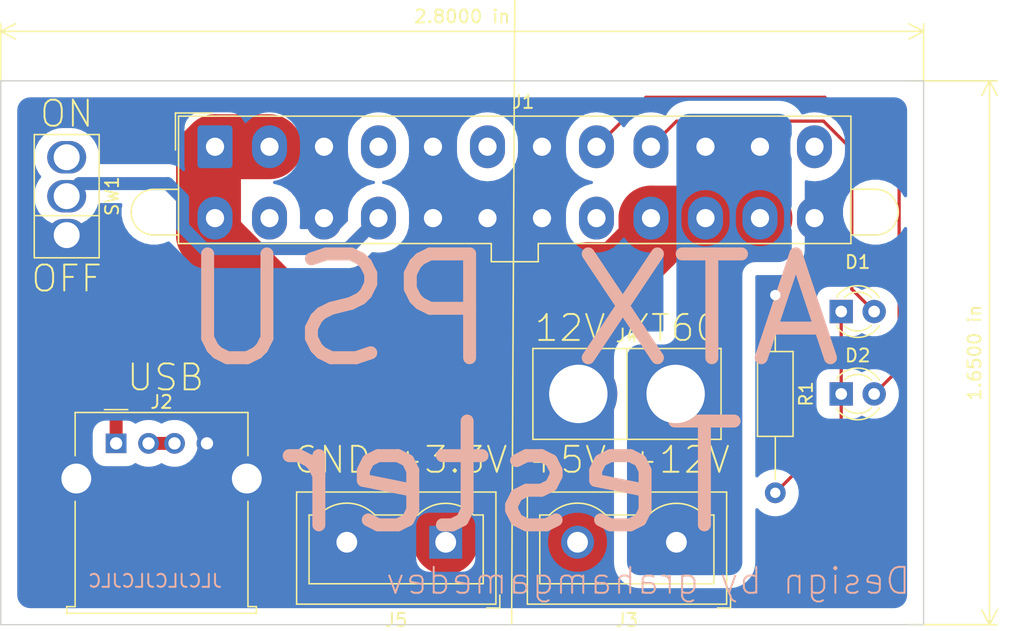
<source format=kicad_pcb>
(kicad_pcb (version 20171130) (host pcbnew "(5.1.10)-1")

  (general
    (thickness 1.6)
    (drawings 15)
    (tracks 45)
    (zones 0)
    (modules 9)
    (nets 13)
  )

  (page A4)
  (layers
    (0 F.Cu signal)
    (31 B.Cu signal)
    (32 B.Adhes user)
    (33 F.Adhes user)
    (34 B.Paste user)
    (35 F.Paste user)
    (36 B.SilkS user)
    (37 F.SilkS user)
    (38 B.Mask user)
    (39 F.Mask user)
    (40 Dwgs.User user)
    (41 Cmts.User user)
    (42 Eco1.User user)
    (43 Eco2.User user)
    (44 Edge.Cuts user)
    (45 Margin user)
    (46 B.CrtYd user)
    (47 F.CrtYd user)
    (48 B.Fab user)
    (49 F.Fab user hide)
  )

  (setup
    (last_trace_width 0.25)
    (trace_clearance 0.2)
    (zone_clearance 0.508)
    (zone_45_only no)
    (trace_min 0.2)
    (via_size 0.8)
    (via_drill 0.4)
    (via_min_size 0.4)
    (via_min_drill 0.3)
    (uvia_size 0.3)
    (uvia_drill 0.1)
    (uvias_allowed no)
    (uvia_min_size 0.2)
    (uvia_min_drill 0.1)
    (edge_width 0.05)
    (segment_width 0.2)
    (pcb_text_width 0.3)
    (pcb_text_size 1.5 1.5)
    (mod_edge_width 0.12)
    (mod_text_size 1 1)
    (mod_text_width 0.15)
    (pad_size 1.524 1.524)
    (pad_drill 0.762)
    (pad_to_mask_clearance 0)
    (aux_axis_origin 0 0)
    (visible_elements 7FFFF7FF)
    (pcbplotparams
      (layerselection 0x010fc_ffffffff)
      (usegerberextensions true)
      (usegerberattributes false)
      (usegerberadvancedattributes true)
      (creategerberjobfile true)
      (excludeedgelayer true)
      (linewidth 0.100000)
      (plotframeref false)
      (viasonmask false)
      (mode 1)
      (useauxorigin false)
      (hpglpennumber 1)
      (hpglpenspeed 20)
      (hpglpendiameter 15.000000)
      (psnegative false)
      (psa4output false)
      (plotreference true)
      (plotvalue true)
      (plotinvisibletext false)
      (padsonsilk false)
      (subtractmaskfromsilk true)
      (outputformat 1)
      (mirror false)
      (drillshape 0)
      (scaleselection 1)
      (outputdirectory ""))
  )

  (net 0 "")
  (net 1 "Net-(D1-Pad2)")
  (net 2 "Net-(D1-Pad1)")
  (net 3 "Net-(D2-Pad2)")
  (net 4 "Net-(J1-Pad15)")
  (net 5 "Net-(J2-Pad2)")
  (net 6 "Net-(J1-Pad21)")
  (net 7 "Net-(J1-Pad20)")
  (net 8 "Net-(J1-Pad16)")
  (net 9 "Net-(J1-Pad14)")
  (net 10 "Net-(J1-Pad1)")
  (net 11 "Net-(J1-Pad10)")
  (net 12 "Net-(SW1-Pad3)")

  (net_class Default "This is the default net class."
    (clearance 0.2)
    (trace_width 0.25)
    (via_dia 0.8)
    (via_drill 0.4)
    (uvia_dia 0.3)
    (uvia_drill 0.1)
    (add_net "Net-(D1-Pad1)")
    (add_net "Net-(D1-Pad2)")
    (add_net "Net-(D2-Pad2)")
    (add_net "Net-(J1-Pad1)")
    (add_net "Net-(J1-Pad10)")
    (add_net "Net-(J1-Pad14)")
    (add_net "Net-(J1-Pad15)")
    (add_net "Net-(J1-Pad16)")
    (add_net "Net-(J1-Pad20)")
    (add_net "Net-(J1-Pad21)")
    (add_net "Net-(J2-Pad2)")
    (add_net "Net-(SW1-Pad3)")
  )

  (module Resistor_THT:R_Axial_DIN0207_L6.3mm_D2.5mm_P15.24mm_Horizontal (layer F.Cu) (tedit 5AE5139B) (tstamp 611ABB30)
    (at 50.8 13.97 270)
    (descr "Resistor, Axial_DIN0207 series, Axial, Horizontal, pin pitch=15.24mm, 0.25W = 1/4W, length*diameter=6.3*2.5mm^2, http://cdn-reichelt.de/documents/datenblatt/B400/1_4W%23YAG.pdf")
    (tags "Resistor Axial_DIN0207 series Axial Horizontal pin pitch 15.24mm 0.25W = 1/4W length 6.3mm diameter 2.5mm")
    (path /611AEECE)
    (fp_text reference R1 (at 7.62 -2.37 90) (layer F.SilkS)
      (effects (font (size 1 1) (thickness 0.15)))
    )
    (fp_text value R (at 7.62 2.37 90) (layer F.Fab)
      (effects (font (size 1 1) (thickness 0.15)))
    )
    (fp_line (start 16.29 -1.5) (end -1.05 -1.5) (layer F.CrtYd) (width 0.05))
    (fp_line (start 16.29 1.5) (end 16.29 -1.5) (layer F.CrtYd) (width 0.05))
    (fp_line (start -1.05 1.5) (end 16.29 1.5) (layer F.CrtYd) (width 0.05))
    (fp_line (start -1.05 -1.5) (end -1.05 1.5) (layer F.CrtYd) (width 0.05))
    (fp_line (start 14.2 0) (end 10.89 0) (layer F.SilkS) (width 0.12))
    (fp_line (start 1.04 0) (end 4.35 0) (layer F.SilkS) (width 0.12))
    (fp_line (start 10.89 -1.37) (end 4.35 -1.37) (layer F.SilkS) (width 0.12))
    (fp_line (start 10.89 1.37) (end 10.89 -1.37) (layer F.SilkS) (width 0.12))
    (fp_line (start 4.35 1.37) (end 10.89 1.37) (layer F.SilkS) (width 0.12))
    (fp_line (start 4.35 -1.37) (end 4.35 1.37) (layer F.SilkS) (width 0.12))
    (fp_line (start 15.24 0) (end 10.77 0) (layer F.Fab) (width 0.1))
    (fp_line (start 0 0) (end 4.47 0) (layer F.Fab) (width 0.1))
    (fp_line (start 10.77 -1.25) (end 4.47 -1.25) (layer F.Fab) (width 0.1))
    (fp_line (start 10.77 1.25) (end 10.77 -1.25) (layer F.Fab) (width 0.1))
    (fp_line (start 4.47 1.25) (end 10.77 1.25) (layer F.Fab) (width 0.1))
    (fp_line (start 4.47 -1.25) (end 4.47 1.25) (layer F.Fab) (width 0.1))
    (fp_text user %R (at 7.62 0 90) (layer F.Fab)
      (effects (font (size 1 1) (thickness 0.15)))
    )
    (pad 2 thru_hole oval (at 15.24 0 270) (size 1.6 1.6) (drill 0.8) (layers *.Cu *.Mask)
      (net 2 "Net-(D1-Pad1)"))
    (pad 1 thru_hole circle (at 0 0 270) (size 1.6 1.6) (drill 0.8) (layers *.Cu *.Mask)
      (net 4 "Net-(J1-Pad15)"))
    (model ${KISYS3DMOD}/Resistor_THT.3dshapes/R_Axial_DIN0207_L6.3mm_D2.5mm_P15.24mm_Horizontal.wrl
      (at (xyz 0 0 0))
      (scale (xyz 1 1 1))
      (rotate (xyz 0 0 0))
    )
  )

  (module ETC:XT60 (layer F.Cu) (tedit 6123E457) (tstamp 6123F4F2)
    (at 39.37 21.59 180)
    (path /611B5D94)
    (fp_text reference J4 (at 0 4.5) (layer F.SilkS)
      (effects (font (size 1 1) (thickness 0.15)))
    )
    (fp_text value Conn_01x02 (at 0 -4.5) (layer F.Fab)
      (effects (font (size 1 1) (thickness 0.15)))
    )
    (fp_line (start -7.25 -3.5) (end 7.25 -3.5) (layer F.SilkS) (width 0.12))
    (fp_line (start 7.25 -3.5) (end 7.25 3.5) (layer F.SilkS) (width 0.12))
    (fp_line (start 7.25 3.5) (end -7.25 3.5) (layer F.SilkS) (width 0.12))
    (fp_line (start -7.25 3.5) (end -7.25 -3.5) (layer F.SilkS) (width 0.12))
    (fp_line (start 0 -3.5) (end 0 3.5) (layer F.SilkS) (width 0.12))
    (fp_line (start -7 -3.25) (end 7 -3.25) (layer F.CrtYd) (width 0.05))
    (fp_line (start 7 -3.25) (end 7 3.25) (layer F.CrtYd) (width 0.05))
    (fp_line (start 7 3.25) (end -7 3.25) (layer F.CrtYd) (width 0.05))
    (fp_line (start -7 3.25) (end -7 -3.25) (layer F.CrtYd) (width 0.05))
    (pad 2 thru_hole circle (at 3.75 0 180) (size 6 6) (drill 4.5) (layers *.Cu *.Mask)
      (net 4 "Net-(J1-Pad15)"))
    (pad 1 thru_hole rect (at -3.75 0 180) (size 6 6) (drill 4.5) (layers *.Cu *.Mask)
      (net 11 "Net-(J1-Pad10)"))
  )

  (module Connector_Molex:Molex_Mini-Fit_Jr_5566-24A2_2x12_P4.20mm_Vertical (layer F.Cu) (tedit 5B781992) (tstamp 6123F474)
    (at 7.62 2.54)
    (descr "Molex Mini-Fit Jr. Power Connectors, old mpn/engineering number: 5566-24A2, example for new mpn: 39-28-924x, 12 Pins per row, Mounting: Snap-in Plastic Peg PCB Lock (http://www.molex.com/pdm_docs/sd/039289068_sd.pdf), generated with kicad-footprint-generator")
    (tags "connector Molex Mini-Fit_Jr side entryplastic_peg")
    (path /611A58BC)
    (fp_text reference J1 (at 23.754999 -3.45) (layer F.SilkS)
      (effects (font (size 1 1) (thickness 0.15)))
    )
    (fp_text value ATX-24 (at 23.1 9.95) (layer F.Fab)
      (effects (font (size 1 1) (thickness 0.15)))
    )
    (fp_line (start 49.4 -2.75) (end -3.2 -2.75) (layer F.CrtYd) (width 0.05))
    (fp_line (start 49.4 3.04) (end 49.4 -2.75) (layer F.CrtYd) (width 0.05))
    (fp_line (start 52.9 3.04) (end 49.4 3.04) (layer F.CrtYd) (width 0.05))
    (fp_line (start 52.9 9.25) (end 52.9 3.04) (layer F.CrtYd) (width 0.05))
    (fp_line (start -6.7 9.25) (end 52.9 9.25) (layer F.CrtYd) (width 0.05))
    (fp_line (start -6.7 3.04) (end -6.7 9.25) (layer F.CrtYd) (width 0.05))
    (fp_line (start -3.2 3.04) (end -6.7 3.04) (layer F.CrtYd) (width 0.05))
    (fp_line (start -3.2 -2.75) (end -3.2 3.04) (layer F.CrtYd) (width 0.05))
    (fp_line (start -3.05 -2.6) (end -3.05 0.25) (layer F.Fab) (width 0.1))
    (fp_line (start -0.2 -2.6) (end -3.05 -2.6) (layer F.Fab) (width 0.1))
    (fp_line (start -3.05 -2.6) (end -3.05 0.25) (layer F.SilkS) (width 0.12))
    (fp_line (start -0.2 -2.6) (end -3.05 -2.6) (layer F.SilkS) (width 0.12))
    (fp_line (start 24.91 8.86) (end 23.1 8.86) (layer F.SilkS) (width 0.12))
    (fp_line (start 24.91 7.46) (end 24.91 8.86) (layer F.SilkS) (width 0.12))
    (fp_line (start 49.01 7.46) (end 24.91 7.46) (layer F.SilkS) (width 0.12))
    (fp_line (start 49.01 -2.36) (end 49.01 7.46) (layer F.SilkS) (width 0.12))
    (fp_line (start 23.1 -2.36) (end 49.01 -2.36) (layer F.SilkS) (width 0.12))
    (fp_line (start 21.29 8.86) (end 23.1 8.86) (layer F.SilkS) (width 0.12))
    (fp_line (start 21.29 7.46) (end 21.29 8.86) (layer F.SilkS) (width 0.12))
    (fp_line (start -2.81 7.46) (end 21.29 7.46) (layer F.SilkS) (width 0.12))
    (fp_line (start -2.81 -2.36) (end -2.81 7.46) (layer F.SilkS) (width 0.12))
    (fp_line (start 23.1 -2.36) (end -2.81 -2.36) (layer F.SilkS) (width 0.12))
    (fp_line (start 47.85 6.5) (end 44.55 6.5) (layer F.Fab) (width 0.1))
    (fp_line (start 47.85 4.025) (end 47.85 6.5) (layer F.Fab) (width 0.1))
    (fp_line (start 47.025 3.2) (end 47.85 4.025) (layer F.Fab) (width 0.1))
    (fp_line (start 45.375 3.2) (end 47.025 3.2) (layer F.Fab) (width 0.1))
    (fp_line (start 44.55 4.025) (end 45.375 3.2) (layer F.Fab) (width 0.1))
    (fp_line (start 44.55 6.5) (end 44.55 4.025) (layer F.Fab) (width 0.1))
    (fp_line (start 47.85 -1) (end 44.55 -1) (layer F.Fab) (width 0.1))
    (fp_line (start 47.85 2.3) (end 47.85 -1) (layer F.Fab) (width 0.1))
    (fp_line (start 44.55 2.3) (end 47.85 2.3) (layer F.Fab) (width 0.1))
    (fp_line (start 44.55 -1) (end 44.55 2.3) (layer F.Fab) (width 0.1))
    (fp_line (start 43.65 2.3) (end 40.35 2.3) (layer F.Fab) (width 0.1))
    (fp_line (start 43.65 -0.175) (end 43.65 2.3) (layer F.Fab) (width 0.1))
    (fp_line (start 42.825 -1) (end 43.65 -0.175) (layer F.Fab) (width 0.1))
    (fp_line (start 41.175 -1) (end 42.825 -1) (layer F.Fab) (width 0.1))
    (fp_line (start 40.35 -0.175) (end 41.175 -1) (layer F.Fab) (width 0.1))
    (fp_line (start 40.35 2.3) (end 40.35 -0.175) (layer F.Fab) (width 0.1))
    (fp_line (start 43.65 3.2) (end 40.35 3.2) (layer F.Fab) (width 0.1))
    (fp_line (start 43.65 6.5) (end 43.65 3.2) (layer F.Fab) (width 0.1))
    (fp_line (start 40.35 6.5) (end 43.65 6.5) (layer F.Fab) (width 0.1))
    (fp_line (start 40.35 3.2) (end 40.35 6.5) (layer F.Fab) (width 0.1))
    (fp_line (start 39.45 2.3) (end 36.15 2.3) (layer F.Fab) (width 0.1))
    (fp_line (start 39.45 -0.175) (end 39.45 2.3) (layer F.Fab) (width 0.1))
    (fp_line (start 38.625 -1) (end 39.45 -0.175) (layer F.Fab) (width 0.1))
    (fp_line (start 36.975 -1) (end 38.625 -1) (layer F.Fab) (width 0.1))
    (fp_line (start 36.15 -0.175) (end 36.975 -1) (layer F.Fab) (width 0.1))
    (fp_line (start 36.15 2.3) (end 36.15 -0.175) (layer F.Fab) (width 0.1))
    (fp_line (start 39.45 3.2) (end 36.15 3.2) (layer F.Fab) (width 0.1))
    (fp_line (start 39.45 6.5) (end 39.45 3.2) (layer F.Fab) (width 0.1))
    (fp_line (start 36.15 6.5) (end 39.45 6.5) (layer F.Fab) (width 0.1))
    (fp_line (start 36.15 3.2) (end 36.15 6.5) (layer F.Fab) (width 0.1))
    (fp_line (start 35.25 6.5) (end 31.95 6.5) (layer F.Fab) (width 0.1))
    (fp_line (start 35.25 4.025) (end 35.25 6.5) (layer F.Fab) (width 0.1))
    (fp_line (start 34.425 3.2) (end 35.25 4.025) (layer F.Fab) (width 0.1))
    (fp_line (start 32.775 3.2) (end 34.425 3.2) (layer F.Fab) (width 0.1))
    (fp_line (start 31.95 4.025) (end 32.775 3.2) (layer F.Fab) (width 0.1))
    (fp_line (start 31.95 6.5) (end 31.95 4.025) (layer F.Fab) (width 0.1))
    (fp_line (start 35.25 -1) (end 31.95 -1) (layer F.Fab) (width 0.1))
    (fp_line (start 35.25 2.3) (end 35.25 -1) (layer F.Fab) (width 0.1))
    (fp_line (start 31.95 2.3) (end 35.25 2.3) (layer F.Fab) (width 0.1))
    (fp_line (start 31.95 -1) (end 31.95 2.3) (layer F.Fab) (width 0.1))
    (fp_line (start 31.05 6.5) (end 27.75 6.5) (layer F.Fab) (width 0.1))
    (fp_line (start 31.05 4.025) (end 31.05 6.5) (layer F.Fab) (width 0.1))
    (fp_line (start 30.225 3.2) (end 31.05 4.025) (layer F.Fab) (width 0.1))
    (fp_line (start 28.575 3.2) (end 30.225 3.2) (layer F.Fab) (width 0.1))
    (fp_line (start 27.75 4.025) (end 28.575 3.2) (layer F.Fab) (width 0.1))
    (fp_line (start 27.75 6.5) (end 27.75 4.025) (layer F.Fab) (width 0.1))
    (fp_line (start 31.05 -1) (end 27.75 -1) (layer F.Fab) (width 0.1))
    (fp_line (start 31.05 2.3) (end 31.05 -1) (layer F.Fab) (width 0.1))
    (fp_line (start 27.75 2.3) (end 31.05 2.3) (layer F.Fab) (width 0.1))
    (fp_line (start 27.75 -1) (end 27.75 2.3) (layer F.Fab) (width 0.1))
    (fp_line (start 26.85 2.3) (end 23.55 2.3) (layer F.Fab) (width 0.1))
    (fp_line (start 26.85 -0.175) (end 26.85 2.3) (layer F.Fab) (width 0.1))
    (fp_line (start 26.025 -1) (end 26.85 -0.175) (layer F.Fab) (width 0.1))
    (fp_line (start 24.375 -1) (end 26.025 -1) (layer F.Fab) (width 0.1))
    (fp_line (start 23.55 -0.175) (end 24.375 -1) (layer F.Fab) (width 0.1))
    (fp_line (start 23.55 2.3) (end 23.55 -0.175) (layer F.Fab) (width 0.1))
    (fp_line (start 26.85 3.2) (end 23.55 3.2) (layer F.Fab) (width 0.1))
    (fp_line (start 26.85 6.5) (end 26.85 3.2) (layer F.Fab) (width 0.1))
    (fp_line (start 23.55 6.5) (end 26.85 6.5) (layer F.Fab) (width 0.1))
    (fp_line (start 23.55 3.2) (end 23.55 6.5) (layer F.Fab) (width 0.1))
    (fp_line (start 22.65 2.3) (end 19.35 2.3) (layer F.Fab) (width 0.1))
    (fp_line (start 22.65 -0.175) (end 22.65 2.3) (layer F.Fab) (width 0.1))
    (fp_line (start 21.825 -1) (end 22.65 -0.175) (layer F.Fab) (width 0.1))
    (fp_line (start 20.175 -1) (end 21.825 -1) (layer F.Fab) (width 0.1))
    (fp_line (start 19.35 -0.175) (end 20.175 -1) (layer F.Fab) (width 0.1))
    (fp_line (start 19.35 2.3) (end 19.35 -0.175) (layer F.Fab) (width 0.1))
    (fp_line (start 22.65 3.2) (end 19.35 3.2) (layer F.Fab) (width 0.1))
    (fp_line (start 22.65 6.5) (end 22.65 3.2) (layer F.Fab) (width 0.1))
    (fp_line (start 19.35 6.5) (end 22.65 6.5) (layer F.Fab) (width 0.1))
    (fp_line (start 19.35 3.2) (end 19.35 6.5) (layer F.Fab) (width 0.1))
    (fp_line (start 18.45 6.5) (end 15.15 6.5) (layer F.Fab) (width 0.1))
    (fp_line (start 18.45 4.025) (end 18.45 6.5) (layer F.Fab) (width 0.1))
    (fp_line (start 17.625 3.2) (end 18.45 4.025) (layer F.Fab) (width 0.1))
    (fp_line (start 15.975 3.2) (end 17.625 3.2) (layer F.Fab) (width 0.1))
    (fp_line (start 15.15 4.025) (end 15.975 3.2) (layer F.Fab) (width 0.1))
    (fp_line (start 15.15 6.5) (end 15.15 4.025) (layer F.Fab) (width 0.1))
    (fp_line (start 18.45 -1) (end 15.15 -1) (layer F.Fab) (width 0.1))
    (fp_line (start 18.45 2.3) (end 18.45 -1) (layer F.Fab) (width 0.1))
    (fp_line (start 15.15 2.3) (end 18.45 2.3) (layer F.Fab) (width 0.1))
    (fp_line (start 15.15 -1) (end 15.15 2.3) (layer F.Fab) (width 0.1))
    (fp_line (start 14.25 6.5) (end 10.95 6.5) (layer F.Fab) (width 0.1))
    (fp_line (start 14.25 4.025) (end 14.25 6.5) (layer F.Fab) (width 0.1))
    (fp_line (start 13.425 3.2) (end 14.25 4.025) (layer F.Fab) (width 0.1))
    (fp_line (start 11.775 3.2) (end 13.425 3.2) (layer F.Fab) (width 0.1))
    (fp_line (start 10.95 4.025) (end 11.775 3.2) (layer F.Fab) (width 0.1))
    (fp_line (start 10.95 6.5) (end 10.95 4.025) (layer F.Fab) (width 0.1))
    (fp_line (start 14.25 -1) (end 10.95 -1) (layer F.Fab) (width 0.1))
    (fp_line (start 14.25 2.3) (end 14.25 -1) (layer F.Fab) (width 0.1))
    (fp_line (start 10.95 2.3) (end 14.25 2.3) (layer F.Fab) (width 0.1))
    (fp_line (start 10.95 -1) (end 10.95 2.3) (layer F.Fab) (width 0.1))
    (fp_line (start 10.05 2.3) (end 6.75 2.3) (layer F.Fab) (width 0.1))
    (fp_line (start 10.05 -0.175) (end 10.05 2.3) (layer F.Fab) (width 0.1))
    (fp_line (start 9.225 -1) (end 10.05 -0.175) (layer F.Fab) (width 0.1))
    (fp_line (start 7.575 -1) (end 9.225 -1) (layer F.Fab) (width 0.1))
    (fp_line (start 6.75 -0.175) (end 7.575 -1) (layer F.Fab) (width 0.1))
    (fp_line (start 6.75 2.3) (end 6.75 -0.175) (layer F.Fab) (width 0.1))
    (fp_line (start 10.05 3.2) (end 6.75 3.2) (layer F.Fab) (width 0.1))
    (fp_line (start 10.05 6.5) (end 10.05 3.2) (layer F.Fab) (width 0.1))
    (fp_line (start 6.75 6.5) (end 10.05 6.5) (layer F.Fab) (width 0.1))
    (fp_line (start 6.75 3.2) (end 6.75 6.5) (layer F.Fab) (width 0.1))
    (fp_line (start 5.85 2.3) (end 2.55 2.3) (layer F.Fab) (width 0.1))
    (fp_line (start 5.85 -0.175) (end 5.85 2.3) (layer F.Fab) (width 0.1))
    (fp_line (start 5.025 -1) (end 5.85 -0.175) (layer F.Fab) (width 0.1))
    (fp_line (start 3.375 -1) (end 5.025 -1) (layer F.Fab) (width 0.1))
    (fp_line (start 2.55 -0.175) (end 3.375 -1) (layer F.Fab) (width 0.1))
    (fp_line (start 2.55 2.3) (end 2.55 -0.175) (layer F.Fab) (width 0.1))
    (fp_line (start 5.85 3.2) (end 2.55 3.2) (layer F.Fab) (width 0.1))
    (fp_line (start 5.85 6.5) (end 5.85 3.2) (layer F.Fab) (width 0.1))
    (fp_line (start 2.55 6.5) (end 5.85 6.5) (layer F.Fab) (width 0.1))
    (fp_line (start 2.55 3.2) (end 2.55 6.5) (layer F.Fab) (width 0.1))
    (fp_line (start 1.65 6.5) (end -1.65 6.5) (layer F.Fab) (width 0.1))
    (fp_line (start 1.65 4.025) (end 1.65 6.5) (layer F.Fab) (width 0.1))
    (fp_line (start 0.825 3.2) (end 1.65 4.025) (layer F.Fab) (width 0.1))
    (fp_line (start -0.825 3.2) (end 0.825 3.2) (layer F.Fab) (width 0.1))
    (fp_line (start -1.65 4.025) (end -0.825 3.2) (layer F.Fab) (width 0.1))
    (fp_line (start -1.65 6.5) (end -1.65 4.025) (layer F.Fab) (width 0.1))
    (fp_line (start 1.65 -1) (end -1.65 -1) (layer F.Fab) (width 0.1))
    (fp_line (start 1.65 2.3) (end 1.65 -1) (layer F.Fab) (width 0.1))
    (fp_line (start -1.65 2.3) (end 1.65 2.3) (layer F.Fab) (width 0.1))
    (fp_line (start -1.65 -1) (end -1.65 2.3) (layer F.Fab) (width 0.1))
    (fp_line (start 24.8 8.75) (end 24.8 7.35) (layer F.Fab) (width 0.1))
    (fp_line (start 21.4 8.75) (end 24.8 8.75) (layer F.Fab) (width 0.1))
    (fp_line (start 21.4 7.35) (end 21.4 8.75) (layer F.Fab) (width 0.1))
    (fp_line (start 48.9 -2.25) (end -2.7 -2.25) (layer F.Fab) (width 0.1))
    (fp_line (start 48.9 7.35) (end 48.9 -2.25) (layer F.Fab) (width 0.1))
    (fp_line (start -2.7 7.35) (end 48.9 7.35) (layer F.Fab) (width 0.1))
    (fp_line (start -2.7 -2.25) (end -2.7 7.35) (layer F.Fab) (width 0.1))
    (fp_line (start 50.9 6.8) (end 49.01 6.8) (layer F.SilkS) (width 0.12))
    (fp_line (start 50.9 3.28) (end 49.01 3.28) (layer F.SilkS) (width 0.12))
    (fp_line (start -4.7 6.8) (end -2.81 6.8) (layer F.SilkS) (width 0.12))
    (fp_line (start -4.7 3.28) (end -2.81 3.28) (layer F.SilkS) (width 0.12))
    (fp_line (start 50.9 6.54) (end 48.9 6.54) (layer F.Fab) (width 0.1))
    (fp_line (start 50.9 3.54) (end 48.9 3.54) (layer F.Fab) (width 0.1))
    (fp_line (start -4.7 6.54) (end -2.7 6.54) (layer F.Fab) (width 0.1))
    (fp_line (start -4.7 3.54) (end -2.7 3.54) (layer F.Fab) (width 0.1))
    (fp_text user %R (at 23.1 -1.55) (layer F.Fab)
      (effects (font (size 1 1) (thickness 0.15)))
    )
    (fp_arc (start 50.9 5.04) (end 50.9 3.28) (angle 180) (layer F.SilkS) (width 0.12))
    (fp_arc (start -4.7 5.04) (end -4.7 6.8) (angle 180) (layer F.SilkS) (width 0.12))
    (fp_arc (start 50.9 5.04) (end 50.9 3.54) (angle 180) (layer F.Fab) (width 0.1))
    (fp_arc (start -4.7 5.04) (end -4.7 6.54) (angle 180) (layer F.Fab) (width 0.1))
    (pad "" np_thru_hole circle (at 50.9 5.04) (size 3 3) (drill 3) (layers *.Cu *.Mask))
    (pad "" np_thru_hole circle (at -4.7 5.04) (size 3 3) (drill 3) (layers *.Cu *.Mask))
    (pad 24 thru_hole oval (at 46.2 5.5) (size 2.7 3.3) (drill 1.4) (layers *.Cu *.Mask)
      (net 4 "Net-(J1-Pad15)"))
    (pad 23 thru_hole oval (at 42 5.5) (size 2.7 3.3) (drill 1.4) (layers *.Cu *.Mask)
      (net 6 "Net-(J1-Pad21)"))
    (pad 22 thru_hole oval (at 37.8 5.5) (size 2.7 3.3) (drill 1.4) (layers *.Cu *.Mask)
      (net 6 "Net-(J1-Pad21)"))
    (pad 21 thru_hole oval (at 33.6 5.5) (size 2.7 3.3) (drill 1.4) (layers *.Cu *.Mask)
      (net 6 "Net-(J1-Pad21)"))
    (pad 20 thru_hole oval (at 29.4 5.5) (size 2.7 3.3) (drill 1.4) (layers *.Cu *.Mask)
      (net 7 "Net-(J1-Pad20)"))
    (pad 19 thru_hole oval (at 25.2 5.5) (size 2.7 3.3) (drill 1.4) (layers *.Cu *.Mask)
      (net 4 "Net-(J1-Pad15)"))
    (pad 18 thru_hole oval (at 21 5.5) (size 2.7 3.3) (drill 1.4) (layers *.Cu *.Mask)
      (net 4 "Net-(J1-Pad15)"))
    (pad 17 thru_hole oval (at 16.8 5.5) (size 2.7 3.3) (drill 1.4) (layers *.Cu *.Mask)
      (net 4 "Net-(J1-Pad15)"))
    (pad 16 thru_hole oval (at 12.6 5.5) (size 2.7 3.3) (drill 1.4) (layers *.Cu *.Mask)
      (net 8 "Net-(J1-Pad16)"))
    (pad 15 thru_hole oval (at 8.4 5.5) (size 2.7 3.3) (drill 1.4) (layers *.Cu *.Mask)
      (net 4 "Net-(J1-Pad15)"))
    (pad 14 thru_hole oval (at 4.2 5.5) (size 2.7 3.3) (drill 1.4) (layers *.Cu *.Mask)
      (net 9 "Net-(J1-Pad14)"))
    (pad 13 thru_hole oval (at 0 5.5) (size 2.7 3.3) (drill 1.4) (layers *.Cu *.Mask)
      (net 10 "Net-(J1-Pad1)"))
    (pad 12 thru_hole oval (at 46.2 0) (size 2.7 3.3) (drill 1.4) (layers *.Cu *.Mask)
      (net 10 "Net-(J1-Pad1)"))
    (pad 11 thru_hole oval (at 42 0) (size 2.7 3.3) (drill 1.4) (layers *.Cu *.Mask)
      (net 11 "Net-(J1-Pad10)"))
    (pad 10 thru_hole oval (at 37.8 0) (size 2.7 3.3) (drill 1.4) (layers *.Cu *.Mask)
      (net 11 "Net-(J1-Pad10)"))
    (pad 9 thru_hole oval (at 33.6 0) (size 2.7 3.3) (drill 1.4) (layers *.Cu *.Mask)
      (net 1 "Net-(D1-Pad2)"))
    (pad 8 thru_hole oval (at 29.4 0) (size 2.7 3.3) (drill 1.4) (layers *.Cu *.Mask)
      (net 3 "Net-(D2-Pad2)"))
    (pad 7 thru_hole oval (at 25.2 0) (size 2.7 3.3) (drill 1.4) (layers *.Cu *.Mask)
      (net 4 "Net-(J1-Pad15)"))
    (pad 6 thru_hole oval (at 21 0) (size 2.7 3.3) (drill 1.4) (layers *.Cu *.Mask)
      (net 6 "Net-(J1-Pad21)"))
    (pad 5 thru_hole oval (at 16.8 0) (size 2.7 3.3) (drill 1.4) (layers *.Cu *.Mask)
      (net 4 "Net-(J1-Pad15)"))
    (pad 4 thru_hole oval (at 12.6 0) (size 2.7 3.3) (drill 1.4) (layers *.Cu *.Mask)
      (net 6 "Net-(J1-Pad21)"))
    (pad 3 thru_hole oval (at 8.4 0) (size 2.7 3.3) (drill 1.4) (layers *.Cu *.Mask)
      (net 4 "Net-(J1-Pad15)"))
    (pad 2 thru_hole oval (at 4.2 0) (size 2.7 3.3) (drill 1.4) (layers *.Cu *.Mask)
      (net 10 "Net-(J1-Pad1)"))
    (pad 1 thru_hole roundrect (at 0 0) (size 2.7 3.3) (drill 1.4) (layers *.Cu *.Mask) (roundrect_rratio 0.09259296296296296)
      (net 10 "Net-(J1-Pad1)"))
    (model ${KISYS3DMOD}/Connector_Molex.3dshapes/Molex_Mini-Fit_Jr_5566-24A2_2x12_P4.20mm_Vertical.wrl
      (at (xyz 0 0 0))
      (scale (xyz 1 1 1))
      (rotate (xyz 0 0 0))
    )
  )

  (module TerminalBlock:TerminalBlock_Wuerth_691311400102_P7.62mm (layer F.Cu) (tedit 5B582864) (tstamp 6123F510)
    (at 25.4 33.02 180)
    (descr https://katalog.we-online.de/em/datasheet/6913114001xx.pdf)
    (tags "Wuerth WR-TBL Series 3114 terminal block pitch 7.62mm")
    (path /61239C13)
    (fp_text reference J5 (at 3.81 -6) (layer F.SilkS)
      (effects (font (size 1 1) (thickness 0.15)))
    )
    (fp_text value Screw_Terminal_01x02 (at 3.81 5) (layer F.Fab)
      (effects (font (size 1 1) (thickness 0.15)))
    )
    (fp_line (start -3.8 -3.7) (end -2.8 -4.7) (layer F.Fab) (width 0.1))
    (fp_line (start 10.53 2.1) (end 10.53 -3.2) (layer F.SilkS) (width 0.12))
    (fp_line (start 9.78 2.1) (end 10.53 2.1) (layer F.SilkS) (width 0.12))
    (fp_line (start 2.14 2.1) (end 5.46 2.1) (layer F.SilkS) (width 0.12))
    (fp_line (start -2.89 2.1) (end -2.14 2.1) (layer F.SilkS) (width 0.12))
    (fp_line (start -2.89 -3.2) (end -2.89 2.1) (layer F.SilkS) (width 0.12))
    (fp_line (start 10.53 -3.2) (end -2.89 -3.2) (layer F.SilkS) (width 0.12))
    (fp_line (start -4.3 4.3) (end -4.3 -5.2) (layer F.CrtYd) (width 0.05))
    (fp_line (start 11.92 4.3) (end -4.3 4.3) (layer F.CrtYd) (width 0.05))
    (fp_line (start 11.92 -5.2) (end 11.92 4.3) (layer F.CrtYd) (width 0.05))
    (fp_line (start -4.3 -5.2) (end 11.92 -5.2) (layer F.CrtYd) (width 0.05))
    (fp_line (start -4.17 -5.07) (end -3.17 -5.07) (layer F.SilkS) (width 0.12))
    (fp_line (start -4.17 -5.07) (end -4.17 -4.07) (layer F.SilkS) (width 0.12))
    (fp_line (start -3.87 3.87) (end -3.87 -4.77) (layer F.SilkS) (width 0.12))
    (fp_line (start 11.49 3.87) (end -3.87 3.87) (layer F.SilkS) (width 0.12))
    (fp_line (start 11.49 -4.77) (end 11.49 3.87) (layer F.SilkS) (width 0.12))
    (fp_line (start -3.86 -4.77) (end 11.49 -4.77) (layer F.SilkS) (width 0.12))
    (fp_line (start -3.8 3.8) (end -3.8 -3.7) (layer F.Fab) (width 0.1))
    (fp_line (start 11.42 3.8) (end -3.8 3.8) (layer F.Fab) (width 0.1))
    (fp_line (start 11.42 -4.7) (end 11.42 3.8) (layer F.Fab) (width 0.1))
    (fp_line (start -2.8 -4.7) (end 11.42 -4.7) (layer F.Fab) (width 0.1))
    (fp_arc (start 7.62 0) (end 5.46 2.1) (angle -91.6) (layer F.SilkS) (width 0.12))
    (fp_arc (start 0 0) (end -2.14 2.1) (angle -91.1) (layer F.SilkS) (width 0.12))
    (fp_text user %R (at 0.504999 0) (layer F.Fab)
      (effects (font (size 1 1) (thickness 0.15)))
    )
    (pad 2 thru_hole circle (at 7.62 0 180) (size 2.54 2.54) (drill 1.6) (layers *.Cu *.Mask)
      (net 4 "Net-(J1-Pad15)"))
    (pad 1 thru_hole rect (at 0 0 180) (size 2.54 2.54) (drill 1.6) (layers *.Cu *.Mask)
      (net 10 "Net-(J1-Pad1)"))
    (model ${KISYS3DMOD}/TerminalBlock.3dshapes/TerminalBlock_Wuerth_691311400102_P7.62mm.wrl
      (at (xyz 0 0 0))
      (scale (xyz 1 1 1))
      (rotate (xyz 0 0 0))
    )
  )

  (module Connector_USB:USB_A_Molex_67643_Horizontal (layer F.Cu) (tedit 5EA03975) (tstamp 611ABB19)
    (at 0 25.4)
    (descr "USB type A, Horizontal, https://www.molex.com/pdm_docs/sd/676433910_sd.pdf")
    (tags "USB_A Female Connector receptacle")
    (path /611B0385)
    (fp_text reference J2 (at 3.5 -3.19) (layer F.SilkS)
      (effects (font (size 1 1) (thickness 0.15)))
    )
    (fp_text value USB_A (at 3.5 14.5) (layer F.Fab)
      (effects (font (size 1 1) (thickness 0.15)))
    )
    (fp_line (start 0 -1.27) (end 1 -2.27) (layer F.Fab) (width 0.1))
    (fp_line (start -1 -2.27) (end 0 -1.27) (layer F.Fab) (width 0.1))
    (fp_line (start -0.9 -2.6) (end 0.9 -2.6) (layer F.SilkS) (width 0.12))
    (fp_line (start -3.05 12.69) (end -3.7 12.69) (layer F.Fab) (width 0.1))
    (fp_line (start 10.81 12.58) (end 10.16 12.58) (layer F.SilkS) (width 0.12))
    (fp_line (start -3.81 12.58) (end -3.81 13.1) (layer F.SilkS) (width 0.12))
    (fp_line (start 10.16 4.47) (end 10.16 12.58) (layer F.SilkS) (width 0.12))
    (fp_line (start -3.81 13.1) (end 10.81 13.1) (layer F.SilkS) (width 0.12))
    (fp_line (start 10.81 13.1) (end 10.81 12.58) (layer F.SilkS) (width 0.12))
    (fp_line (start -3.05 12.69) (end -3.05 -2.27) (layer F.Fab) (width 0.1))
    (fp_line (start 10.16 -2.38) (end 10.16 0.95) (layer F.SilkS) (width 0.12))
    (fp_line (start -3.16 -2.38) (end -3.16 0.95) (layer F.SilkS) (width 0.12))
    (fp_line (start -3.16 -2.38) (end 10.16 -2.38) (layer F.SilkS) (width 0.12))
    (fp_line (start -3.55 12.19) (end -3.55 4.66) (layer F.CrtYd) (width 0.05))
    (fp_line (start -4.2 12.19) (end -3.55 12.19) (layer F.CrtYd) (width 0.05))
    (fp_line (start -4.2 13.49) (end -4.2 12.19) (layer F.CrtYd) (width 0.05))
    (fp_line (start 10.55 12.19) (end 10.55 4.66) (layer F.CrtYd) (width 0.05))
    (fp_line (start 11.2 12.19) (end 10.55 12.19) (layer F.CrtYd) (width 0.05))
    (fp_line (start 11.2 13.49) (end 11.2 12.19) (layer F.CrtYd) (width 0.05))
    (fp_line (start -4.2 13.49) (end 11.2 13.49) (layer F.CrtYd) (width 0.05))
    (fp_line (start -3.55 -2.77) (end -3.55 0.76) (layer F.CrtYd) (width 0.05))
    (fp_line (start 10.55 -2.77) (end 10.55 0.76) (layer F.CrtYd) (width 0.05))
    (fp_line (start -3.55 -2.77) (end 10.55 -2.77) (layer F.CrtYd) (width 0.05))
    (fp_line (start -3.05 9.27) (end 10.05 9.27) (layer F.Fab) (width 0.1))
    (fp_line (start 10.7 12.69) (end 10.05 12.69) (layer F.Fab) (width 0.1))
    (fp_line (start 10.7 12.99) (end 10.7 12.69) (layer F.Fab) (width 0.1))
    (fp_line (start -3.7 12.99) (end 10.7 12.99) (layer F.Fab) (width 0.1))
    (fp_line (start -3.7 12.69) (end -3.7 12.99) (layer F.Fab) (width 0.1))
    (fp_line (start -3.16 12.58) (end -3.81 12.58) (layer F.SilkS) (width 0.12))
    (fp_line (start -3.16 12.58) (end -3.16 4.47) (layer F.SilkS) (width 0.12))
    (fp_line (start 10.05 -2.27) (end 10.05 12.69) (layer F.Fab) (width 0.1))
    (fp_line (start -3.05 -2.27) (end 10.05 -2.27) (layer F.Fab) (width 0.1))
    (fp_arc (start 10.07 2.71) (end 10.55 4.66) (angle -152.3426981) (layer F.CrtYd) (width 0.05))
    (fp_arc (start -3.07 2.71) (end -3.55 0.76) (angle -152.3426981) (layer F.CrtYd) (width 0.05))
    (fp_text user %R (at 3.5 3.7) (layer F.Fab)
      (effects (font (size 1 1) (thickness 0.15)))
    )
    (pad 4 thru_hole circle (at 7 0) (size 1.6 1.6) (drill 0.95) (layers *.Cu *.Mask)
      (net 4 "Net-(J1-Pad15)"))
    (pad 3 thru_hole circle (at 4.5 0) (size 1.6 1.6) (drill 0.95) (layers *.Cu *.Mask)
      (net 5 "Net-(J2-Pad2)"))
    (pad 2 thru_hole circle (at 2.5 0) (size 1.6 1.6) (drill 0.95) (layers *.Cu *.Mask)
      (net 5 "Net-(J2-Pad2)"))
    (pad 1 thru_hole rect (at 0 0) (size 1.6 1.5) (drill 0.95) (layers *.Cu *.Mask)
      (net 6 "Net-(J1-Pad21)"))
    (pad 5 thru_hole circle (at 10.07 2.71) (size 3 3) (drill 2.3) (layers *.Cu *.Mask)
      (net 4 "Net-(J1-Pad15)"))
    (pad 5 thru_hole circle (at -3.07 2.71) (size 3 3) (drill 2.3) (layers *.Cu *.Mask)
      (net 4 "Net-(J1-Pad15)"))
    (model ${KISYS3DMOD}/Connector_USB.3dshapes/USB_A_Molex_67643_Horizontal.wrl
      (at (xyz 0 0 0))
      (scale (xyz 1 1 1))
      (rotate (xyz 0 0 0))
    )
  )

  (module ETC:Toggle_Switch_THT (layer F.Cu) (tedit 0) (tstamp 6123F54C)
    (at -3.81 6.35 90)
    (path /61240530)
    (fp_text reference SW1 (at 0 3.5 90) (layer F.SilkS)
      (effects (font (size 1 1) (thickness 0.15)))
    )
    (fp_text value SW_SPDT (at 0 -3.5 90) (layer F.Fab)
      (effects (font (size 1 1) (thickness 0.15)))
    )
    (fp_line (start -4.5 1.75) (end -4.5 -1.75) (layer F.CrtYd) (width 0.05))
    (fp_line (start 4.5 1.75) (end -4.5 1.75) (layer F.CrtYd) (width 0.05))
    (fp_line (start 4.5 -1.75) (end 4.5 1.75) (layer F.CrtYd) (width 0.05))
    (fp_line (start -4.5 -1.75) (end 4.5 -1.75) (layer F.CrtYd) (width 0.05))
    (fp_line (start -1.5 -2.5) (end -1.5 2.5) (layer F.SilkS) (width 0.12))
    (fp_line (start -4.75 2.5) (end -4.75 -2.5) (layer F.SilkS) (width 0.12))
    (fp_line (start 4.75 2.5) (end -4.75 2.5) (layer F.SilkS) (width 0.12))
    (fp_line (start 4.75 -2.5) (end 4.75 2.5) (layer F.SilkS) (width 0.12))
    (fp_line (start -4.75 -2.5) (end 4.75 -2.5) (layer F.SilkS) (width 0.12))
    (pad 3 thru_hole oval (at 3 0 90) (size 2.5 3) (drill 2) (layers *.Cu *.Mask)
      (net 12 "Net-(SW1-Pad3)"))
    (pad 2 thru_hole oval (at 0 0 90) (size 2.5 3) (drill 2) (layers *.Cu *.Mask)
      (net 8 "Net-(J1-Pad16)"))
    (pad 1 thru_hole oval (at -3 0 90) (size 2.5 3) (drill 2) (layers *.Cu *.Mask)
      (net 4 "Net-(J1-Pad15)"))
  )

  (module TerminalBlock:TerminalBlock_Wuerth_691311400102_P7.62mm (layer F.Cu) (tedit 5B582864) (tstamp 6123F4D4)
    (at 43.18 33.02 180)
    (descr https://katalog.we-online.de/em/datasheet/6913114001xx.pdf)
    (tags "Wuerth WR-TBL Series 3114 terminal block pitch 7.62mm")
    (path /61238CDE)
    (fp_text reference J3 (at 3.81 -6) (layer F.SilkS)
      (effects (font (size 1 1) (thickness 0.15)))
    )
    (fp_text value Screw_Terminal_01x02 (at 3.81 5) (layer F.Fab)
      (effects (font (size 1 1) (thickness 0.15)))
    )
    (fp_line (start -3.8 -3.7) (end -2.8 -4.7) (layer F.Fab) (width 0.1))
    (fp_line (start 10.53 2.1) (end 10.53 -3.2) (layer F.SilkS) (width 0.12))
    (fp_line (start 9.78 2.1) (end 10.53 2.1) (layer F.SilkS) (width 0.12))
    (fp_line (start 2.14 2.1) (end 5.46 2.1) (layer F.SilkS) (width 0.12))
    (fp_line (start -2.89 2.1) (end -2.14 2.1) (layer F.SilkS) (width 0.12))
    (fp_line (start -2.89 -3.2) (end -2.89 2.1) (layer F.SilkS) (width 0.12))
    (fp_line (start 10.53 -3.2) (end -2.89 -3.2) (layer F.SilkS) (width 0.12))
    (fp_line (start -4.3 4.3) (end -4.3 -5.2) (layer F.CrtYd) (width 0.05))
    (fp_line (start 11.92 4.3) (end -4.3 4.3) (layer F.CrtYd) (width 0.05))
    (fp_line (start 11.92 -5.2) (end 11.92 4.3) (layer F.CrtYd) (width 0.05))
    (fp_line (start -4.3 -5.2) (end 11.92 -5.2) (layer F.CrtYd) (width 0.05))
    (fp_line (start -4.17 -5.07) (end -3.17 -5.07) (layer F.SilkS) (width 0.12))
    (fp_line (start -4.17 -5.07) (end -4.17 -4.07) (layer F.SilkS) (width 0.12))
    (fp_line (start -3.87 3.87) (end -3.87 -4.77) (layer F.SilkS) (width 0.12))
    (fp_line (start 11.49 3.87) (end -3.87 3.87) (layer F.SilkS) (width 0.12))
    (fp_line (start 11.49 -4.77) (end 11.49 3.87) (layer F.SilkS) (width 0.12))
    (fp_line (start -3.86 -4.77) (end 11.49 -4.77) (layer F.SilkS) (width 0.12))
    (fp_line (start -3.8 3.8) (end -3.8 -3.7) (layer F.Fab) (width 0.1))
    (fp_line (start 11.42 3.8) (end -3.8 3.8) (layer F.Fab) (width 0.1))
    (fp_line (start 11.42 -4.7) (end 11.42 3.8) (layer F.Fab) (width 0.1))
    (fp_line (start -2.8 -4.7) (end 11.42 -4.7) (layer F.Fab) (width 0.1))
    (fp_arc (start 7.62 0) (end 5.46 2.1) (angle -91.6) (layer F.SilkS) (width 0.12))
    (fp_arc (start 0 0) (end -2.14 2.1) (angle -91.1) (layer F.SilkS) (width 0.12))
    (fp_text user %R (at 3.81 0) (layer F.Fab)
      (effects (font (size 1 1) (thickness 0.15)))
    )
    (pad 2 thru_hole circle (at 7.62 0 180) (size 2.54 2.54) (drill 1.6) (layers *.Cu *.Mask)
      (net 6 "Net-(J1-Pad21)"))
    (pad 1 thru_hole rect (at 0 0 180) (size 2.54 2.54) (drill 1.6) (layers *.Cu *.Mask)
      (net 11 "Net-(J1-Pad10)"))
    (model ${KISYS3DMOD}/TerminalBlock.3dshapes/TerminalBlock_Wuerth_691311400102_P7.62mm.wrl
      (at (xyz 0 0 0))
      (scale (xyz 1 1 1))
      (rotate (xyz 0 0 0))
    )
  )

  (module LED_THT:LED_D3.0mm (layer F.Cu) (tedit 587A3A7B) (tstamp 611ABAF7)
    (at 55.88 21.59)
    (descr "LED, diameter 3.0mm, 2 pins")
    (tags "LED diameter 3.0mm 2 pins")
    (path /611ACE57)
    (fp_text reference D2 (at 1.27 -2.96) (layer F.SilkS)
      (effects (font (size 1 1) (thickness 0.15)))
    )
    (fp_text value LED (at 1.27 2.96) (layer F.Fab)
      (effects (font (size 1 1) (thickness 0.15)))
    )
    (fp_circle (center 1.27 0) (end 2.77 0) (layer F.Fab) (width 0.1))
    (fp_line (start -0.23 -1.16619) (end -0.23 1.16619) (layer F.Fab) (width 0.1))
    (fp_line (start -0.29 -1.236) (end -0.29 -1.08) (layer F.SilkS) (width 0.12))
    (fp_line (start -0.29 1.08) (end -0.29 1.236) (layer F.SilkS) (width 0.12))
    (fp_line (start -1.15 -2.25) (end -1.15 2.25) (layer F.CrtYd) (width 0.05))
    (fp_line (start -1.15 2.25) (end 3.7 2.25) (layer F.CrtYd) (width 0.05))
    (fp_line (start 3.7 2.25) (end 3.7 -2.25) (layer F.CrtYd) (width 0.05))
    (fp_line (start 3.7 -2.25) (end -1.15 -2.25) (layer F.CrtYd) (width 0.05))
    (fp_arc (start 1.27 0) (end 0.229039 1.08) (angle -87.9) (layer F.SilkS) (width 0.12))
    (fp_arc (start 1.27 0) (end 0.229039 -1.08) (angle 87.9) (layer F.SilkS) (width 0.12))
    (fp_arc (start 1.27 0) (end -0.29 1.235516) (angle -108.8) (layer F.SilkS) (width 0.12))
    (fp_arc (start 1.27 0) (end -0.29 -1.235516) (angle 108.8) (layer F.SilkS) (width 0.12))
    (fp_arc (start 1.27 0) (end -0.23 -1.16619) (angle 284.3) (layer F.Fab) (width 0.1))
    (pad 2 thru_hole circle (at 2.54 0) (size 1.8 1.8) (drill 0.9) (layers *.Cu *.Mask)
      (net 3 "Net-(D2-Pad2)"))
    (pad 1 thru_hole rect (at 0 0) (size 1.8 1.8) (drill 0.9) (layers *.Cu *.Mask)
      (net 2 "Net-(D1-Pad1)"))
    (model ${KISYS3DMOD}/LED_THT.3dshapes/LED_D3.0mm.wrl
      (at (xyz 0 0 0))
      (scale (xyz 1 1 1))
      (rotate (xyz 0 0 0))
    )
  )

  (module LED_THT:LED_D3.0mm (layer F.Cu) (tedit 587A3A7B) (tstamp 611ABAE4)
    (at 55.88 15.24)
    (descr "LED, diameter 3.0mm, 2 pins")
    (tags "LED diameter 3.0mm 2 pins")
    (path /611ADFF5)
    (fp_text reference D1 (at 1.27 -3.81) (layer F.SilkS)
      (effects (font (size 1 1) (thickness 0.15)))
    )
    (fp_text value LED (at 1.27 2.96) (layer F.Fab)
      (effects (font (size 1 1) (thickness 0.15)))
    )
    (fp_circle (center 1.27 0) (end 2.77 0) (layer F.Fab) (width 0.1))
    (fp_line (start -0.23 -1.16619) (end -0.23 1.16619) (layer F.Fab) (width 0.1))
    (fp_line (start -0.29 -1.236) (end -0.29 -1.08) (layer F.SilkS) (width 0.12))
    (fp_line (start -0.29 1.08) (end -0.29 1.236) (layer F.SilkS) (width 0.12))
    (fp_line (start -1.15 -2.25) (end -1.15 2.25) (layer F.CrtYd) (width 0.05))
    (fp_line (start -1.15 2.25) (end 3.7 2.25) (layer F.CrtYd) (width 0.05))
    (fp_line (start 3.7 2.25) (end 3.7 -2.25) (layer F.CrtYd) (width 0.05))
    (fp_line (start 3.7 -2.25) (end -1.15 -2.25) (layer F.CrtYd) (width 0.05))
    (fp_arc (start 1.27 0) (end 0.229039 1.08) (angle -87.9) (layer F.SilkS) (width 0.12))
    (fp_arc (start 1.27 0) (end 0.229039 -1.08) (angle 87.9) (layer F.SilkS) (width 0.12))
    (fp_arc (start 1.27 0) (end -0.29 1.235516) (angle -108.8) (layer F.SilkS) (width 0.12))
    (fp_arc (start 1.27 0) (end -0.29 -1.235516) (angle 108.8) (layer F.SilkS) (width 0.12))
    (fp_arc (start 1.27 0) (end -0.23 -1.16619) (angle 284.3) (layer F.Fab) (width 0.1))
    (pad 2 thru_hole circle (at 2.54 0) (size 1.8 1.8) (drill 0.9) (layers *.Cu *.Mask)
      (net 1 "Net-(D1-Pad2)"))
    (pad 1 thru_hole rect (at 0 0) (size 1.8 1.8) (drill 0.9) (layers *.Cu *.Mask)
      (net 2 "Net-(D1-Pad1)"))
    (model ${KISYS3DMOD}/LED_THT.3dshapes/LED_D3.0mm.wrl
      (at (xyz 0 0 0))
      (scale (xyz 1 1 1))
      (rotate (xyz 0 0 0))
    )
  )

  (gr_text JLCJLCJLCJLC (at 3 36) (layer B.SilkS)
    (effects (font (size 1 1) (thickness 0.15)) (justify mirror))
  )
  (gr_text "Design by grahamgamedev" (at 41 36) (layer B.SilkS)
    (effects (font (size 2 2) (thickness 0.15)) (justify mirror))
  )
  (gr_text "ATX PSU\nTester" (at 30.48 21.59) (layer B.SilkS)
    (effects (font (size 8 8) (thickness 1)) (justify mirror))
  )
  (gr_text OFF (at -3.81 12.7) (layer F.SilkS)
    (effects (font (size 2 2) (thickness 0.15)))
  )
  (gr_text ON (at -3.81 0) (layer F.SilkS)
    (effects (font (size 2 2) (thickness 0.15)))
  )
  (gr_text USB (at 3.81 20.32) (layer F.SilkS)
    (effects (font (size 2 2) (thickness 0.15)))
  )
  (gr_text "GND +3.3V +5V +12V" (at 30.48 26.67) (layer F.SilkS)
    (effects (font (size 2 2) (thickness 0.15)))
  )
  (dimension 41.91 (width 0.12) (layer F.SilkS)
    (gr_text "41.910 mm" (at 68.58 18.415 270) (layer F.SilkS)
      (effects (font (size 1 1) (thickness 0.15)))
    )
    (feature1 (pts (xy 60.96 39.37) (xy 67.896421 39.37)))
    (feature2 (pts (xy 60.96 -2.54) (xy 67.896421 -2.54)))
    (crossbar (pts (xy 67.31 -2.54) (xy 67.31 39.37)))
    (arrow1a (pts (xy 67.31 39.37) (xy 66.723579 38.243496)))
    (arrow1b (pts (xy 67.31 39.37) (xy 67.896421 38.243496)))
    (arrow2a (pts (xy 67.31 -2.54) (xy 66.723579 -1.413496)))
    (arrow2b (pts (xy 67.31 -2.54) (xy 67.896421 -1.413496)))
  )
  (dimension 71.12 (width 0.12) (layer F.SilkS)
    (gr_text "71.120 mm" (at 26.67 -7.62) (layer F.SilkS)
      (effects (font (size 1 1) (thickness 0.15)))
    )
    (feature1 (pts (xy 62.23 -2.54) (xy 62.23 -6.936421)))
    (feature2 (pts (xy -8.89 -2.54) (xy -8.89 -6.936421)))
    (crossbar (pts (xy -8.89 -6.35) (xy 62.23 -6.35)))
    (arrow1a (pts (xy 62.23 -6.35) (xy 61.103496 -5.763579)))
    (arrow1b (pts (xy 62.23 -6.35) (xy 61.103496 -6.936421)))
    (arrow2a (pts (xy -8.89 -6.35) (xy -7.763496 -5.763579)))
    (arrow2b (pts (xy -8.89 -6.35) (xy -7.763496 -6.936421)))
  )
  (gr_text "12V XT60" (at 39.37 16.51) (layer F.SilkS)
    (effects (font (size 2 2) (thickness 0.15)))
  )
  (gr_line (start 62.23 -2.54) (end 62.23 39.37) (layer Edge.Cuts) (width 0.1))
  (gr_line (start -8.89 -2.54) (end 62.23 -2.54) (layer Edge.Cuts) (width 0.1))
  (gr_line (start -8.89 39.37) (end -8.89 -2.54) (layer Edge.Cuts) (width 0.1))
  (gr_line (start 62.23 39.37) (end -8.89 39.37) (layer Edge.Cuts) (width 0.1))
  (gr_line (start 30.72 -8.71) (end 30.48 39.37) (layer F.SilkS) (width 0.12))

  (segment (start 43.19501 0.56499) (end 41.22 2.54) (width 0.25) (layer F.Cu) (net 1))
  (segment (start 54.513811 0.56499) (end 43.19501 0.56499) (width 0.25) (layer F.Cu) (net 1))
  (segment (start 56.694999 2.746178) (end 54.513811 0.56499) (width 0.25) (layer F.Cu) (net 1))
  (segment (start 56.694999 13.514999) (end 56.694999 2.746178) (width 0.25) (layer F.Cu) (net 1))
  (segment (start 58.42 15.24) (end 56.694999 13.514999) (width 0.25) (layer F.Cu) (net 1))
  (segment (start 55.88 15.24) (end 55.88 21.59) (width 0.25) (layer F.Cu) (net 2))
  (segment (start 55.88 24.13) (end 50.8 29.21) (width 0.25) (layer F.Cu) (net 2))
  (segment (start 55.88 21.59) (end 55.88 24.13) (width 0.25) (layer F.Cu) (net 2))
  (segment (start 60.345001 19.664999) (end 60.345001 4.465001) (width 0.25) (layer F.Cu) (net 3))
  (segment (start 58.42 21.59) (end 60.345001 19.664999) (width 0.25) (layer F.Cu) (net 3))
  (segment (start 60.345001 4.465001) (end 54.61 -1.27) (width 0.25) (layer F.Cu) (net 3))
  (segment (start 40.83 -1.27) (end 37.02 2.54) (width 0.25) (layer F.Cu) (net 3))
  (segment (start 54.61 -1.27) (end 40.83 -1.27) (width 0.25) (layer F.Cu) (net 3))
  (segment (start 10.07 28.11) (end 9.71 28.11) (width 1) (layer B.Cu) (net 4))
  (segment (start 7.62 24.78) (end 7 25.4) (width 1) (layer B.Cu) (net 4))
  (segment (start 53.82 8.04) (end 52.92 8.04) (width 0.25) (layer B.Cu) (net 4))
  (segment (start 2.5 25.4) (end 4.5 25.4) (width 1) (layer F.Cu) (net 5))
  (segment (start 0 25.4) (end 0 22.86) (width 1) (layer F.Cu) (net 6))
  (segment (start 0 22.86) (end 13.97 22.86) (width 1) (layer F.Cu) (net 6))
  (segment (start 13.97 22.86) (end 21.59 30.48) (width 1) (layer F.Cu) (net 6))
  (segment (start 21.59 30.48) (end 21.59 36.83) (width 1) (layer F.Cu) (net 6))
  (segment (start 21.59 36.83) (end 35.56 36.83) (width 1) (layer F.Cu) (net 6))
  (segment (start 35.56 36.83) (end 35.56 33.02) (width 1) (layer F.Cu) (net 6))
  (segment (start 35.56 33.02) (end 35.56 29.966002) (width 5) (layer F.Cu) (net 6))
  (segment (start 45.42 8.04) (end 49.62 8.04) (width 5) (layer F.Cu) (net 6))
  (segment (start 41.22 8.04) (end 45.42 8.04) (width 5) (layer F.Cu) (net 6))
  (segment (start 38.697569 12.39001) (end 41.22 9.867579) (width 5) (layer F.Cu) (net 6))
  (segment (start 41.22 9.867579) (end 41.22 8.04) (width 5) (layer F.Cu) (net 6))
  (segment (start 36.383988 12.39001) (end 38.697569 12.39001) (width 5) (layer F.Cu) (net 6))
  (segment (start 29.919999 18.853999) (end 36.383988 12.39001) (width 5) (layer F.Cu) (net 6))
  (segment (start 35.56 29.966002) (end 29.919999 24.326001) (width 5) (layer F.Cu) (net 6))
  (segment (start 29.919999 24.326001) (end 29.919999 18.853999) (width 5) (layer F.Cu) (net 6))
  (segment (start 17.86999 10.39001) (end 20.22 8.04) (width 1) (layer B.Cu) (net 8))
  (segment (start 6.770859 10.39001) (end 17.86999 10.39001) (width 1) (layer B.Cu) (net 8))
  (segment (start 5.120001 8.739152) (end 6.770859 10.39001) (width 1) (layer B.Cu) (net 8))
  (segment (start 5.120001 6.523999) (end 5.120001 8.739152) (width 1) (layer B.Cu) (net 8))
  (segment (start 3.976001 5.379999) (end 5.120001 6.523999) (width 1) (layer B.Cu) (net 8))
  (segment (start -2.839999 5.379999) (end 3.976001 5.379999) (width 1) (layer B.Cu) (net 8))
  (segment (start -3.81 6.35) (end -2.839999 5.379999) (width 1) (layer B.Cu) (net 8))
  (segment (start 25.4 33.02) (end 25.4 27.647579) (width 5) (layer F.Cu) (net 10))
  (segment (start 7.120001 3.039999) (end 7.62 2.54) (width 5) (layer F.Cu) (net 10))
  (segment (start 7.62 2.54) (end 11.82 2.54) (width 5) (layer F.Cu) (net 10))
  (segment (start 7.120001 9.36758) (end 7.120001 3.039999) (width 5) (layer F.Cu) (net 10))
  (segment (start 25.4 27.647579) (end 7.120001 9.36758) (width 5) (layer F.Cu) (net 10))
  (segment (start 43.18 21.65) (end 43.12 21.59) (width 5) (layer F.Cu) (net 11))

  (zone (net 4) (net_name "Net-(J1-Pad15)") (layer B.Cu) (tstamp 612D1858) (hatch edge 0.508)
    (connect_pads yes (clearance 1))
    (min_thickness 0.254)
    (fill yes (arc_segments 32) (thermal_gap 0.508) (thermal_bridge_width 0.508) (smoothing fillet) (radius 1))
    (polygon
      (pts
        (xy 60.96 38.1) (xy -7.62 38.1) (xy -7.62 -1.27) (xy 60.96 -1.27)
      )
    )
    (filled_polygon
      (pts
        (xy 60.130189 -1.125624) (xy 60.29385 -1.075978) (xy 60.444672 -0.995362) (xy 60.57687 -0.88687) (xy 60.685362 -0.754672)
        (xy 60.765978 -0.60385) (xy 60.815624 -0.440189) (xy 60.833 -0.263766) (xy 60.833 6.313174) (xy 60.560524 5.905385)
        (xy 60.194615 5.539476) (xy 59.764351 5.251983) (xy 59.286268 5.053954) (xy 58.778737 4.953) (xy 58.261263 4.953)
        (xy 57.753732 5.053954) (xy 57.275649 5.251983) (xy 56.845385 5.539476) (xy 56.479476 5.905385) (xy 56.191983 6.335649)
        (xy 55.993954 6.813732) (xy 55.893 7.321263) (xy 55.893 7.838737) (xy 55.993954 8.346268) (xy 56.191983 8.824351)
        (xy 56.479476 9.254615) (xy 56.845385 9.620524) (xy 57.275649 9.908017) (xy 57.753732 10.106046) (xy 58.261263 10.207)
        (xy 58.778737 10.207) (xy 59.286268 10.106046) (xy 59.764351 9.908017) (xy 60.194615 9.620524) (xy 60.560524 9.254615)
        (xy 60.833 8.846826) (xy 60.833 37.093766) (xy 60.815624 37.270189) (xy 60.765978 37.43385) (xy 60.685362 37.584672)
        (xy 60.57687 37.71687) (xy 60.444672 37.825362) (xy 60.29385 37.905978) (xy 60.130189 37.955624) (xy 59.953766 37.973)
        (xy -6.613766 37.973) (xy -6.790189 37.955624) (xy -6.95385 37.905978) (xy -7.104672 37.825362) (xy -7.23687 37.71687)
        (xy -7.345362 37.584672) (xy -7.425978 37.43385) (xy -7.475624 37.270189) (xy -7.493 37.093766) (xy -7.493 31.75)
        (xy 22.997547 31.75) (xy 22.997547 34.29) (xy 23.019307 34.510931) (xy 23.08375 34.723371) (xy 23.1884 34.919157)
        (xy 23.329235 35.090765) (xy 23.500843 35.2316) (xy 23.696629 35.33625) (xy 23.909069 35.400693) (xy 24.13 35.422453)
        (xy 26.67 35.422453) (xy 26.890931 35.400693) (xy 27.103371 35.33625) (xy 27.299157 35.2316) (xy 27.470765 35.090765)
        (xy 27.6116 34.919157) (xy 27.71625 34.723371) (xy 27.780693 34.510931) (xy 27.802453 34.29) (xy 27.802453 32.783916)
        (xy 33.163 32.783916) (xy 33.163 33.256084) (xy 33.255115 33.719179) (xy 33.435806 34.155405) (xy 33.698129 34.547998)
        (xy 34.032002 34.881871) (xy 34.424595 35.144194) (xy 34.860821 35.324885) (xy 35.323916 35.417) (xy 35.796084 35.417)
        (xy 36.259179 35.324885) (xy 36.695405 35.144194) (xy 37.087998 34.881871) (xy 37.421871 34.547998) (xy 37.684194 34.155405)
        (xy 37.864885 33.719179) (xy 37.957 33.256084) (xy 37.957 32.783916) (xy 37.864885 32.320821) (xy 37.684194 31.884595)
        (xy 37.421871 31.492002) (xy 37.087998 31.158129) (xy 36.695405 30.895806) (xy 36.259179 30.715115) (xy 35.796084 30.623)
        (xy 35.323916 30.623) (xy 34.860821 30.715115) (xy 34.424595 30.895806) (xy 34.032002 31.158129) (xy 33.698129 31.492002)
        (xy 33.435806 31.884595) (xy 33.255115 32.320821) (xy 33.163 32.783916) (xy 27.802453 32.783916) (xy 27.802453 31.75)
        (xy 27.780693 31.529069) (xy 27.71625 31.316629) (xy 27.6116 31.120843) (xy 27.470765 30.949235) (xy 27.299157 30.8084)
        (xy 27.103371 30.70375) (xy 26.890931 30.639307) (xy 26.67 30.617547) (xy 24.13 30.617547) (xy 23.909069 30.639307)
        (xy 23.696629 30.70375) (xy 23.500843 30.8084) (xy 23.329235 30.949235) (xy 23.1884 31.120843) (xy 23.08375 31.316629)
        (xy 23.019307 31.529069) (xy 22.997547 31.75) (xy -7.493 31.75) (xy -7.493 24.65) (xy -1.932453 24.65)
        (xy -1.932453 26.15) (xy -1.910693 26.370931) (xy -1.84625 26.583371) (xy -1.7416 26.779157) (xy -1.600765 26.950765)
        (xy -1.429157 27.0916) (xy -1.233371 27.19625) (xy -1.020931 27.260693) (xy -0.8 27.282453) (xy 0.8 27.282453)
        (xy 1.020931 27.260693) (xy 1.233371 27.19625) (xy 1.429157 27.0916) (xy 1.489291 27.042249) (xy 1.587223 27.107685)
        (xy 1.937915 27.252947) (xy 2.310207 27.327) (xy 2.689793 27.327) (xy 3.062085 27.252947) (xy 3.412777 27.107685)
        (xy 3.5 27.049405) (xy 3.587223 27.107685) (xy 3.937915 27.252947) (xy 4.310207 27.327) (xy 4.689793 27.327)
        (xy 5.062085 27.252947) (xy 5.412777 27.107685) (xy 5.728391 26.896799) (xy 5.996799 26.628391) (xy 6.207685 26.312777)
        (xy 6.352947 25.962085) (xy 6.427 25.589793) (xy 6.427 25.210207) (xy 6.352947 24.837915) (xy 6.207685 24.487223)
        (xy 5.996799 24.171609) (xy 5.728391 23.903201) (xy 5.412777 23.692315) (xy 5.062085 23.547053) (xy 4.689793 23.473)
        (xy 4.310207 23.473) (xy 3.937915 23.547053) (xy 3.587223 23.692315) (xy 3.5 23.750595) (xy 3.412777 23.692315)
        (xy 3.062085 23.547053) (xy 2.689793 23.473) (xy 2.310207 23.473) (xy 1.937915 23.547053) (xy 1.587223 23.692315)
        (xy 1.489291 23.757751) (xy 1.429157 23.7084) (xy 1.233371 23.60375) (xy 1.020931 23.539307) (xy 0.8 23.517547)
        (xy -0.8 23.517547) (xy -1.020931 23.539307) (xy -1.233371 23.60375) (xy -1.429157 23.7084) (xy -1.600765 23.849235)
        (xy -1.7416 24.020843) (xy -1.84625 24.216629) (xy -1.910693 24.429069) (xy -1.932453 24.65) (xy -7.493 24.65)
        (xy -7.493 3.35) (xy -6.448501 3.35) (xy -6.402607 3.815973) (xy -6.266687 4.26404) (xy -6.045966 4.67698)
        (xy -5.903972 4.85) (xy -6.045966 5.02302) (xy -6.266687 5.43596) (xy -6.402607 5.884027) (xy -6.448501 6.35)
        (xy -6.402607 6.815973) (xy -6.266687 7.26404) (xy -6.045966 7.67698) (xy -5.748925 8.038925) (xy -5.38698 8.335966)
        (xy -4.97404 8.556687) (xy -4.525973 8.692607) (xy -4.176772 8.727) (xy -3.443228 8.727) (xy -3.094027 8.692607)
        (xy -2.64596 8.556687) (xy -2.23302 8.335966) (xy -1.871075 8.038925) (xy -1.574034 7.67698) (xy -1.353313 7.26404)
        (xy -1.27534 7.006999) (xy 0.355511 7.006999) (xy 0.293 7.321263) (xy 0.293 7.838737) (xy 0.393954 8.346268)
        (xy 0.591983 8.824351) (xy 0.879476 9.254615) (xy 1.245385 9.620524) (xy 1.675649 9.908017) (xy 2.153732 10.106046)
        (xy 2.661263 10.207) (xy 3.178737 10.207) (xy 3.686268 10.106046) (xy 4.03961 9.959686) (xy 5.563884 11.483961)
        (xy 5.61483 11.546039) (xy 5.676908 11.596985) (xy 5.676911 11.596988) (xy 5.803079 11.700531) (xy 5.862573 11.749356)
        (xy 6.145221 11.900435) (xy 6.451911 11.993468) (xy 6.6024 12.00829) (xy 6.770859 12.024882) (xy 6.850784 12.01701)
        (xy 17.790076 12.01701) (xy 17.86999 12.024881) (xy 17.949904 12.01701) (xy 17.949915 12.01701) (xy 18.188938 11.993468)
        (xy 18.495628 11.900435) (xy 18.778276 11.749356) (xy 19.026019 11.546039) (xy 19.076969 11.483956) (xy 19.7757 10.785225)
        (xy 20.22 10.828985) (xy 20.705577 10.78116) (xy 21.172493 10.639522) (xy 21.602806 10.409515) (xy 21.979978 10.099978)
        (xy 22.289515 9.722805) (xy 22.519522 9.292492) (xy 22.66116 8.825576) (xy 22.697 8.461685) (xy 22.697 7.618314)
        (xy 22.66116 7.254423) (xy 22.519522 6.787507) (xy 22.289515 6.357194) (xy 21.979978 5.980022) (xy 21.602805 5.670485)
        (xy 21.172492 5.440478) (xy 20.705576 5.29884) (xy 20.615822 5.29) (xy 20.705577 5.28116) (xy 21.172493 5.139522)
        (xy 21.602806 4.909515) (xy 21.979978 4.599978) (xy 22.289515 4.222805) (xy 22.519522 3.792492) (xy 22.66116 3.325576)
        (xy 22.697 2.961685) (xy 22.697 2.118315) (xy 26.143 2.118315) (xy 26.143 2.961686) (xy 26.17884 3.325577)
        (xy 26.320478 3.792493) (xy 26.550486 4.222806) (xy 26.860023 4.599978) (xy 27.237195 4.909515) (xy 27.667508 5.139522)
        (xy 28.134424 5.28116) (xy 28.62 5.328985) (xy 29.105577 5.28116) (xy 29.572493 5.139522) (xy 30.002806 4.909515)
        (xy 30.379978 4.599978) (xy 30.689515 4.222805) (xy 30.919522 3.792492) (xy 31.06116 3.325576) (xy 31.097 2.961685)
        (xy 31.097 2.118315) (xy 34.543 2.118315) (xy 34.543 2.961686) (xy 34.57884 3.325577) (xy 34.720478 3.792493)
        (xy 34.950486 4.222806) (xy 35.260023 4.599978) (xy 35.637195 4.909515) (xy 36.067508 5.139522) (xy 36.534424 5.28116)
        (xy 36.624178 5.29) (xy 36.534423 5.29884) (xy 36.067507 5.440478) (xy 35.637194 5.670485) (xy 35.260022 5.980022)
        (xy 34.950485 6.357195) (xy 34.720478 6.787508) (xy 34.57884 7.254424) (xy 34.543 7.618315) (xy 34.543 8.461686)
        (xy 34.57884 8.825577) (xy 34.720478 9.292493) (xy 34.950486 9.722806) (xy 35.260023 10.099978) (xy 35.637195 10.409515)
        (xy 36.067508 10.639522) (xy 36.534424 10.78116) (xy 37.02 10.828985) (xy 37.505577 10.78116) (xy 37.972493 10.639522)
        (xy 38.402806 10.409515) (xy 38.779978 10.099978) (xy 39.089515 9.722805) (xy 39.12 9.665771) (xy 39.150486 9.722806)
        (xy 39.460023 10.099978) (xy 39.837195 10.409515) (xy 40.267508 10.639522) (xy 40.734424 10.78116) (xy 41.22 10.828985)
        (xy 41.705577 10.78116) (xy 42.053 10.67577) (xy 42.053 16.653) (xy 40.37 16.653) (xy 40.259533 16.658427)
        (xy 40.064443 16.677642) (xy 39.847763 16.720742) (xy 39.66017 16.777647) (xy 39.456053 16.862195) (xy 39.283166 16.954605)
        (xy 39.099469 17.077347) (xy 38.947932 17.20171) (xy 38.79171 17.357932) (xy 38.667347 17.509469) (xy 38.544605 17.693166)
        (xy 38.452195 17.866053) (xy 38.367647 18.07017) (xy 38.310742 18.257763) (xy 38.267642 18.474443) (xy 38.248427 18.669533)
        (xy 38.243 18.78) (xy 38.243 34.56) (xy 38.248427 34.670467) (xy 38.267642 34.865557) (xy 38.310742 35.082237)
        (xy 38.367647 35.26983) (xy 38.452195 35.473947) (xy 38.544605 35.646834) (xy 38.667347 35.830531) (xy 38.79171 35.982068)
        (xy 38.947932 36.13829) (xy 39.099469 36.262653) (xy 39.283166 36.385395) (xy 39.456053 36.477805) (xy 39.66017 36.562353)
        (xy 39.847763 36.619258) (xy 40.064443 36.662358) (xy 40.259533 36.681573) (xy 40.37 36.687) (xy 47.26 36.687)
        (xy 47.370467 36.681573) (xy 47.565557 36.662358) (xy 47.782237 36.619258) (xy 47.96983 36.562353) (xy 48.173947 36.477805)
        (xy 48.346834 36.385395) (xy 48.530531 36.262653) (xy 48.682068 36.13829) (xy 48.83829 35.982068) (xy 48.962653 35.830531)
        (xy 49.085395 35.646834) (xy 49.177805 35.473947) (xy 49.262353 35.26983) (xy 49.319258 35.082237) (xy 49.362358 34.865557)
        (xy 49.381573 34.670467) (xy 49.387 34.56) (xy 49.387 30.52219) (xy 49.571609 30.706799) (xy 49.887223 30.917685)
        (xy 50.237915 31.062947) (xy 50.610207 31.137) (xy 50.989793 31.137) (xy 51.362085 31.062947) (xy 51.712777 30.917685)
        (xy 52.028391 30.706799) (xy 52.296799 30.438391) (xy 52.507685 30.122777) (xy 52.652947 29.772085) (xy 52.727 29.399793)
        (xy 52.727 29.020207) (xy 52.652947 28.647915) (xy 52.507685 28.297223) (xy 52.296799 27.981609) (xy 52.028391 27.713201)
        (xy 51.712777 27.502315) (xy 51.362085 27.357053) (xy 50.989793 27.283) (xy 50.610207 27.283) (xy 50.237915 27.357053)
        (xy 49.887223 27.502315) (xy 49.571609 27.713201) (xy 49.387 27.89781) (xy 49.387 20.69) (xy 53.847547 20.69)
        (xy 53.847547 22.49) (xy 53.869307 22.710931) (xy 53.93375 22.923371) (xy 54.0384 23.119157) (xy 54.179235 23.290765)
        (xy 54.350843 23.4316) (xy 54.546629 23.53625) (xy 54.759069 23.600693) (xy 54.98 23.622453) (xy 56.78 23.622453)
        (xy 57.000931 23.600693) (xy 57.213371 23.53625) (xy 57.409157 23.4316) (xy 57.462842 23.387541) (xy 57.828746 23.539104)
        (xy 58.220358 23.617) (xy 58.619642 23.617) (xy 59.011254 23.539104) (xy 59.380145 23.386304) (xy 59.712137 23.164474)
        (xy 59.994474 22.882137) (xy 60.216304 22.550145) (xy 60.369104 22.181254) (xy 60.447 21.789642) (xy 60.447 21.390358)
        (xy 60.369104 20.998746) (xy 60.216304 20.629855) (xy 59.994474 20.297863) (xy 59.712137 20.015526) (xy 59.380145 19.793696)
        (xy 59.011254 19.640896) (xy 58.619642 19.563) (xy 58.220358 19.563) (xy 57.828746 19.640896) (xy 57.462842 19.792459)
        (xy 57.409157 19.7484) (xy 57.213371 19.64375) (xy 57.000931 19.579307) (xy 56.78 19.557547) (xy 54.98 19.557547)
        (xy 54.759069 19.579307) (xy 54.546629 19.64375) (xy 54.350843 19.7484) (xy 54.179235 19.889235) (xy 54.0384 20.060843)
        (xy 53.93375 20.256629) (xy 53.869307 20.469069) (xy 53.847547 20.69) (xy 49.387 20.69) (xy 49.387 14.34)
        (xy 53.847547 14.34) (xy 53.847547 16.14) (xy 53.869307 16.360931) (xy 53.93375 16.573371) (xy 54.0384 16.769157)
        (xy 54.179235 16.940765) (xy 54.350843 17.0816) (xy 54.546629 17.18625) (xy 54.759069 17.250693) (xy 54.98 17.272453)
        (xy 56.78 17.272453) (xy 57.000931 17.250693) (xy 57.213371 17.18625) (xy 57.409157 17.0816) (xy 57.462842 17.037541)
        (xy 57.828746 17.189104) (xy 58.220358 17.267) (xy 58.619642 17.267) (xy 59.011254 17.189104) (xy 59.380145 17.036304)
        (xy 59.712137 16.814474) (xy 59.994474 16.532137) (xy 60.216304 16.200145) (xy 60.369104 15.831254) (xy 60.447 15.439642)
        (xy 60.447 15.040358) (xy 60.369104 14.648746) (xy 60.216304 14.279855) (xy 59.994474 13.947863) (xy 59.712137 13.665526)
        (xy 59.380145 13.443696) (xy 59.011254 13.290896) (xy 58.619642 13.213) (xy 58.220358 13.213) (xy 57.828746 13.290896)
        (xy 57.462842 13.442459) (xy 57.409157 13.3984) (xy 57.213371 13.29375) (xy 57.000931 13.229307) (xy 56.78 13.207547)
        (xy 54.98 13.207547) (xy 54.759069 13.229307) (xy 54.546629 13.29375) (xy 54.350843 13.3984) (xy 54.179235 13.539235)
        (xy 54.0384 13.710843) (xy 53.93375 13.906629) (xy 53.869307 14.119069) (xy 53.847547 14.34) (xy 49.387 14.34)
        (xy 49.387 12.557) (xy 51.07 12.557) (xy 51.180467 12.551573) (xy 51.375557 12.532358) (xy 51.592237 12.489258)
        (xy 51.77983 12.432353) (xy 51.983947 12.347805) (xy 52.156834 12.255395) (xy 52.340531 12.132653) (xy 52.492068 12.00829)
        (xy 52.64829 11.852068) (xy 52.772653 11.700531) (xy 52.895395 11.516834) (xy 52.987805 11.343947) (xy 53.072353 11.13983)
        (xy 53.129258 10.952237) (xy 53.172358 10.735557) (xy 53.191573 10.540467) (xy 53.197 10.43) (xy 53.197 5.239473)
        (xy 53.334424 5.28116) (xy 53.82 5.328985) (xy 54.305577 5.28116) (xy 54.772493 5.139522) (xy 55.202806 4.909515)
        (xy 55.579978 4.599978) (xy 55.889515 4.222805) (xy 56.119522 3.792492) (xy 56.26116 3.325576) (xy 56.297 2.961685)
        (xy 56.297 2.118314) (xy 56.26116 1.754423) (xy 56.119522 1.287507) (xy 55.889515 0.857194) (xy 55.579978 0.480022)
        (xy 55.202805 0.170485) (xy 54.772492 -0.059522) (xy 54.305576 -0.20116) (xy 53.82 -0.248985) (xy 53.334423 -0.20116)
        (xy 52.904066 -0.070612) (xy 52.895395 -0.086834) (xy 52.772653 -0.270531) (xy 52.64829 -0.422068) (xy 52.492068 -0.57829)
        (xy 52.340531 -0.702653) (xy 52.156834 -0.825395) (xy 51.983947 -0.917805) (xy 51.77983 -1.002353) (xy 51.592237 -1.059258)
        (xy 51.375557 -1.102358) (xy 51.180467 -1.121573) (xy 51.07 -1.127) (xy 44.18 -1.127) (xy 44.069533 -1.121573)
        (xy 43.874443 -1.102358) (xy 43.657763 -1.059258) (xy 43.47017 -1.002353) (xy 43.266053 -0.917805) (xy 43.093166 -0.825395)
        (xy 42.909469 -0.702653) (xy 42.757932 -0.57829) (xy 42.60171 -0.422068) (xy 42.477347 -0.270531) (xy 42.354605 -0.086834)
        (xy 42.302782 0.01012) (xy 42.172492 -0.059522) (xy 41.705576 -0.20116) (xy 41.22 -0.248985) (xy 40.734423 -0.20116)
        (xy 40.267507 -0.059522) (xy 39.837194 0.170485) (xy 39.460022 0.480022) (xy 39.150485 0.857195) (xy 39.12 0.914228)
        (xy 39.089515 0.857194) (xy 38.779978 0.480022) (xy 38.402805 0.170485) (xy 37.972492 -0.059522) (xy 37.505576 -0.20116)
        (xy 37.02 -0.248985) (xy 36.534423 -0.20116) (xy 36.067507 -0.059522) (xy 35.637194 0.170485) (xy 35.260022 0.480022)
        (xy 34.950485 0.857195) (xy 34.720478 1.287508) (xy 34.57884 1.754424) (xy 34.543 2.118315) (xy 31.097 2.118315)
        (xy 31.097 2.118314) (xy 31.06116 1.754423) (xy 30.919522 1.287507) (xy 30.689515 0.857194) (xy 30.379978 0.480022)
        (xy 30.002805 0.170485) (xy 29.572492 -0.059522) (xy 29.105576 -0.20116) (xy 28.62 -0.248985) (xy 28.134423 -0.20116)
        (xy 27.667507 -0.059522) (xy 27.237194 0.170485) (xy 26.860022 0.480022) (xy 26.550485 0.857195) (xy 26.320478 1.287508)
        (xy 26.17884 1.754424) (xy 26.143 2.118315) (xy 22.697 2.118315) (xy 22.697 2.118314) (xy 22.66116 1.754423)
        (xy 22.519522 1.287507) (xy 22.289515 0.857194) (xy 21.979978 0.480022) (xy 21.602805 0.170485) (xy 21.172492 -0.059522)
        (xy 20.705576 -0.20116) (xy 20.22 -0.248985) (xy 19.734423 -0.20116) (xy 19.267507 -0.059522) (xy 18.837194 0.170485)
        (xy 18.460022 0.480022) (xy 18.150485 0.857195) (xy 17.920478 1.287508) (xy 17.77884 1.754424) (xy 17.743 2.118315)
        (xy 17.743 2.961686) (xy 17.77884 3.325577) (xy 17.920478 3.792493) (xy 18.150486 4.222806) (xy 18.460023 4.599978)
        (xy 18.837195 4.909515) (xy 19.267508 5.139522) (xy 19.734424 5.28116) (xy 19.824178 5.29) (xy 19.734423 5.29884)
        (xy 19.267507 5.440478) (xy 18.837194 5.670485) (xy 18.460022 5.980022) (xy 18.150485 6.357195) (xy 17.920478 6.787508)
        (xy 17.77884 7.254424) (xy 17.743 7.618315) (xy 17.743 8.216075) (xy 17.196065 8.76301) (xy 14.267322 8.76301)
        (xy 14.297 8.461685) (xy 14.297 7.618314) (xy 14.26116 7.254423) (xy 14.119522 6.787507) (xy 13.889515 6.357194)
        (xy 13.579978 5.980022) (xy 13.202805 5.670485) (xy 12.772492 5.440478) (xy 12.305576 5.29884) (xy 12.215822 5.29)
        (xy 12.305577 5.28116) (xy 12.772493 5.139522) (xy 13.202806 4.909515) (xy 13.579978 4.599978) (xy 13.889515 4.222805)
        (xy 14.119522 3.792492) (xy 14.26116 3.325576) (xy 14.297 2.961685) (xy 14.297 2.118314) (xy 14.26116 1.754423)
        (xy 14.119522 1.287507) (xy 13.889515 0.857194) (xy 13.579978 0.480022) (xy 13.202805 0.170485) (xy 12.772492 -0.059522)
        (xy 12.305576 -0.20116) (xy 11.82 -0.248985) (xy 11.334423 -0.20116) (xy 10.867507 -0.059522) (xy 10.437194 0.170485)
        (xy 10.060022 0.480022) (xy 9.979607 0.578008) (xy 9.869467 0.371951) (xy 9.697542 0.162458) (xy 9.488049 -0.009467)
        (xy 9.249041 -0.13722) (xy 8.989702 -0.21589) (xy 8.719999 -0.242453) (xy 6.520001 -0.242453) (xy 6.250298 -0.21589)
        (xy 5.990959 -0.13722) (xy 5.751951 -0.009467) (xy 5.542458 0.162458) (xy 5.370533 0.371951) (xy 5.24278 0.610959)
        (xy 5.16411 0.870298) (xy 5.137547 1.140001) (xy 5.137547 3.939999) (xy 5.16411 4.209702) (xy 5.189139 4.292212)
        (xy 5.18298 4.286053) (xy 5.13203 4.22397) (xy 4.884287 4.020653) (xy 4.601639 3.869574) (xy 4.294949 3.776541)
        (xy 4.055926 3.752999) (xy 4.055915 3.752999) (xy 3.976001 3.745128) (xy 3.896087 3.752999) (xy -1.211191 3.752999)
        (xy -1.171499 3.35) (xy -1.217393 2.884027) (xy -1.353313 2.43596) (xy -1.574034 2.02302) (xy -1.871075 1.661075)
        (xy -2.23302 1.364034) (xy -2.64596 1.143313) (xy -3.094027 1.007393) (xy -3.443228 0.973) (xy -4.176772 0.973)
        (xy -4.525973 1.007393) (xy -4.97404 1.143313) (xy -5.38698 1.364034) (xy -5.748925 1.661075) (xy -6.045966 2.02302)
        (xy -6.266687 2.43596) (xy -6.402607 2.884027) (xy -6.448501 3.35) (xy -7.493 3.35) (xy -7.493 -0.263766)
        (xy -7.475624 -0.440189) (xy -7.425978 -0.60385) (xy -7.345362 -0.754672) (xy -7.23687 -0.88687) (xy -7.104672 -0.995362)
        (xy -6.95385 -1.075978) (xy -6.790189 -1.125624) (xy -6.613766 -1.143) (xy 59.953766 -1.143)
      )
    )
  )
  (zone (net 11) (net_name "Net-(J1-Pad10)") (layer B.Cu) (tstamp 612D1855) (hatch edge 0.508)
    (priority 1)
    (connect_pads yes (clearance 0.508))
    (min_thickness 0.254)
    (fill yes (arc_segments 32) (thermal_gap 0.508) (thermal_bridge_width 0.508) (smoothing fillet) (radius 1))
    (polygon
      (pts
        (xy 52.07 11.43) (xy 48.26 11.43) (xy 48.26 35.56) (xy 39.37 35.56) (xy 39.37 17.78)
        (xy 43.18 17.78) (xy 43.18 0) (xy 52.07 0)
      )
    )
    (filled_polygon
      (pts
        (xy 51.240189 0.144376) (xy 51.40385 0.194022) (xy 51.554672 0.274638) (xy 51.68687 0.38313) (xy 51.795362 0.515328)
        (xy 51.875978 0.66615) (xy 51.925624 0.829811) (xy 51.943 1.006234) (xy 51.943 1.589527) (xy 51.863722 1.850873)
        (xy 51.835 2.142491) (xy 51.835 2.93751) (xy 51.863722 3.229128) (xy 51.943 3.490474) (xy 51.943 7.089527)
        (xy 51.863722 7.350873) (xy 51.835 7.642491) (xy 51.835 8.43751) (xy 51.863722 8.729128) (xy 51.943 8.990474)
        (xy 51.943 10.423766) (xy 51.925624 10.600189) (xy 51.875978 10.76385) (xy 51.795362 10.914672) (xy 51.68687 11.04687)
        (xy 51.554672 11.155362) (xy 51.40385 11.235978) (xy 51.240189 11.285624) (xy 51.063766 11.303) (xy 49.26 11.303)
        (xy 49.247552 11.303612) (xy 49.052462 11.322827) (xy 49.028044 11.327683) (xy 48.840451 11.384588) (xy 48.81745 11.394116)
        (xy 48.644563 11.486526) (xy 48.623862 11.500358) (xy 48.472325 11.624721) (xy 48.454721 11.642325) (xy 48.330358 11.793862)
        (xy 48.316526 11.814563) (xy 48.224116 11.98745) (xy 48.214588 12.010451) (xy 48.157683 12.198044) (xy 48.152827 12.222462)
        (xy 48.133612 12.417552) (xy 48.133 12.43) (xy 48.133 34.553766) (xy 48.115624 34.730189) (xy 48.065978 34.89385)
        (xy 47.985362 35.044672) (xy 47.87687 35.17687) (xy 47.744672 35.285362) (xy 47.59385 35.365978) (xy 47.430189 35.415624)
        (xy 47.253766 35.433) (xy 40.376234 35.433) (xy 40.199811 35.415624) (xy 40.03615 35.365978) (xy 39.885328 35.285362)
        (xy 39.75313 35.17687) (xy 39.644638 35.044672) (xy 39.564022 34.89385) (xy 39.514376 34.730189) (xy 39.497 34.553766)
        (xy 39.497 18.786234) (xy 39.514376 18.609811) (xy 39.564022 18.44615) (xy 39.644638 18.295328) (xy 39.75313 18.16313)
        (xy 39.885328 18.054638) (xy 40.03615 17.974022) (xy 40.199811 17.924376) (xy 40.376234 17.907) (xy 42.18 17.907)
        (xy 42.192448 17.906388) (xy 42.387538 17.887173) (xy 42.411956 17.882317) (xy 42.599549 17.825412) (xy 42.62255 17.815884)
        (xy 42.795437 17.723474) (xy 42.816138 17.709642) (xy 42.967675 17.585279) (xy 42.985279 17.567675) (xy 43.109642 17.416138)
        (xy 43.123474 17.395437) (xy 43.215884 17.22255) (xy 43.225412 17.199549) (xy 43.282317 17.011956) (xy 43.287173 16.987538)
        (xy 43.306388 16.792448) (xy 43.307 16.78) (xy 43.307 7.642491) (xy 43.435 7.642491) (xy 43.435 8.43751)
        (xy 43.463722 8.729128) (xy 43.577226 9.103302) (xy 43.761547 9.448143) (xy 44.009603 9.750398) (xy 44.311858 9.998453)
        (xy 44.656699 10.182774) (xy 45.030873 10.296278) (xy 45.42 10.334604) (xy 45.809128 10.296278) (xy 46.183302 10.182774)
        (xy 46.528143 9.998453) (xy 46.830398 9.750398) (xy 47.078453 9.448143) (xy 47.262774 9.103302) (xy 47.376278 8.729127)
        (xy 47.405 8.437509) (xy 47.405 7.642491) (xy 47.635 7.642491) (xy 47.635 8.43751) (xy 47.663722 8.729128)
        (xy 47.777226 9.103302) (xy 47.961547 9.448143) (xy 48.209603 9.750398) (xy 48.511858 9.998453) (xy 48.856699 10.182774)
        (xy 49.230873 10.296278) (xy 49.62 10.334604) (xy 50.009128 10.296278) (xy 50.383302 10.182774) (xy 50.728143 9.998453)
        (xy 51.030398 9.750398) (xy 51.278453 9.448143) (xy 51.462774 9.103302) (xy 51.576278 8.729127) (xy 51.605 8.437509)
        (xy 51.605 7.64249) (xy 51.576278 7.350872) (xy 51.462774 6.976698) (xy 51.278453 6.631857) (xy 51.030398 6.329602)
        (xy 50.728143 6.081547) (xy 50.383301 5.897226) (xy 50.009127 5.783722) (xy 49.62 5.745396) (xy 49.230872 5.783722)
        (xy 48.856698 5.897226) (xy 48.511857 6.081547) (xy 48.209602 6.329602) (xy 47.961547 6.631857) (xy 47.777226 6.976699)
        (xy 47.663722 7.350873) (xy 47.635 7.642491) (xy 47.405 7.642491) (xy 47.405 7.64249) (xy 47.376278 7.350872)
        (xy 47.262774 6.976698) (xy 47.078453 6.631857) (xy 46.830398 6.329602) (xy 46.528143 6.081547) (xy 46.183301 5.897226)
        (xy 45.809127 5.783722) (xy 45.42 5.745396) (xy 45.030872 5.783722) (xy 44.656698 5.897226) (xy 44.311857 6.081547)
        (xy 44.009602 6.329602) (xy 43.761547 6.631857) (xy 43.577226 6.976699) (xy 43.463722 7.350873) (xy 43.435 7.642491)
        (xy 43.307 7.642491) (xy 43.307 1.006234) (xy 43.324376 0.829811) (xy 43.374022 0.66615) (xy 43.454638 0.515328)
        (xy 43.56313 0.38313) (xy 43.695328 0.274638) (xy 43.84615 0.194022) (xy 44.009811 0.144376) (xy 44.186234 0.127)
        (xy 51.063766 0.127)
      )
    )
  )
)

</source>
